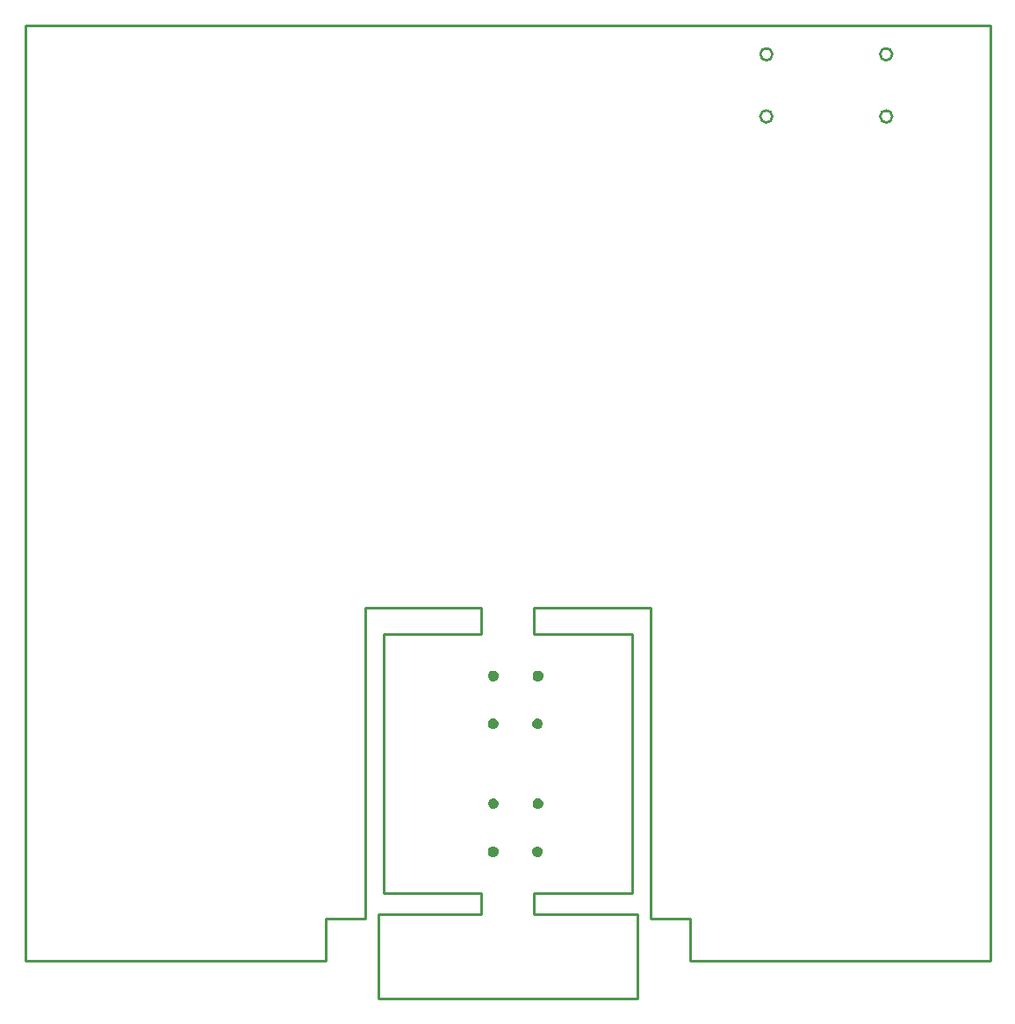
<source format=gm1>
G04*
G04 #@! TF.GenerationSoftware,Altium Limited,Altium Designer,20.2.6 (244)*
G04*
G04 Layer_Color=16711935*
%FSLAX24Y24*%
%MOIN*%
G70*
G04*
G04 #@! TF.SameCoordinates,B6A14326-B2C9-468C-B45E-93355CF85A49*
G04*
G04*
G04 #@! TF.FilePolarity,Positive*
G04*
G01*
G75*
%ADD10C,0.0100*%
G36*
X37850Y18090D02*
Y18130D01*
X37820Y18203D01*
X37763Y18260D01*
X37690Y18290D01*
X37650D01*
X37610D01*
X37537Y18260D01*
X37480Y18203D01*
X37450Y18130D01*
Y18090D01*
Y18050D01*
X37480Y17977D01*
X37537Y17920D01*
X37610Y17890D01*
X37650D01*
X37690D01*
X37763Y17920D01*
X37820Y17977D01*
X37850Y18050D01*
Y18090D01*
D01*
D02*
G37*
G36*
X39540D02*
Y18130D01*
X39510Y18203D01*
X39453Y18260D01*
X39380Y18290D01*
X39340D01*
X39300D01*
X39227Y18260D01*
X39170Y18203D01*
X39140Y18130D01*
Y18090D01*
Y18050D01*
X39170Y17977D01*
X39227Y17920D01*
X39300Y17890D01*
X39340D01*
X39380D01*
X39453Y17920D01*
X39510Y17977D01*
X39540Y18050D01*
Y18090D01*
D01*
D02*
G37*
G36*
X37860Y19910D02*
Y19950D01*
X37830Y20023D01*
X37773Y20080D01*
X37700Y20110D01*
X37660D01*
X37620D01*
X37547Y20080D01*
X37490Y20023D01*
X37460Y19950D01*
Y19910D01*
Y19870D01*
X37490Y19797D01*
X37547Y19740D01*
X37620Y19710D01*
X37660D01*
X37700D01*
X37773Y19740D01*
X37830Y19797D01*
X37860Y19870D01*
Y19910D01*
D01*
D02*
G37*
G36*
X39550D02*
Y19950D01*
X39520Y20023D01*
X39463Y20080D01*
X39390Y20110D01*
X39350D01*
X39310D01*
X39237Y20080D01*
X39180Y20023D01*
X39150Y19950D01*
Y19910D01*
Y19870D01*
X39180Y19797D01*
X39237Y19740D01*
X39310Y19710D01*
X39350D01*
X39390D01*
X39463Y19740D01*
X39520Y19797D01*
X39550Y19870D01*
Y19910D01*
D01*
D02*
G37*
G36*
X37450Y22940D02*
Y22900D01*
X37480Y22827D01*
X37537Y22770D01*
X37610Y22740D01*
X37650D01*
X37690D01*
X37763Y22770D01*
X37820Y22827D01*
X37850Y22900D01*
Y22940D01*
Y22980D01*
X37820Y23053D01*
X37763Y23110D01*
X37690Y23140D01*
X37650D01*
X37610D01*
X37537Y23110D01*
X37480Y23053D01*
X37450Y22980D01*
Y22940D01*
D01*
D02*
G37*
G36*
X39140D02*
Y22900D01*
X39170Y22827D01*
X39227Y22770D01*
X39300Y22740D01*
X39340D01*
X39380D01*
X39453Y22770D01*
X39510Y22827D01*
X39540Y22900D01*
Y22940D01*
Y22980D01*
X39510Y23053D01*
X39453Y23110D01*
X39380Y23140D01*
X39340D01*
X39300D01*
X39227Y23110D01*
X39170Y23053D01*
X39140Y22980D01*
Y22940D01*
D01*
D02*
G37*
G36*
X37460Y24760D02*
Y24720D01*
X37490Y24647D01*
X37547Y24590D01*
X37620Y24560D01*
X37660D01*
X37700D01*
X37773Y24590D01*
X37830Y24647D01*
X37860Y24720D01*
Y24760D01*
Y24800D01*
X37830Y24873D01*
X37773Y24930D01*
X37700Y24960D01*
X37660D01*
X37620D01*
X37547Y24930D01*
X37490Y24873D01*
X37460Y24800D01*
Y24760D01*
D01*
D02*
G37*
G36*
X39150D02*
Y24720D01*
X39180Y24647D01*
X39237Y24590D01*
X39310Y24560D01*
X39350D01*
X39390D01*
X39463Y24590D01*
X39520Y24647D01*
X39550Y24720D01*
Y24760D01*
Y24800D01*
X39520Y24873D01*
X39463Y24930D01*
X39390Y24960D01*
X39350D01*
X39310D01*
X39237Y24930D01*
X39180Y24873D01*
X39150Y24800D01*
Y24760D01*
D01*
D02*
G37*
D10*
X48255Y45990D02*
G03*
X48255Y45990I-230J0D01*
G01*
Y48350D02*
G03*
X48255Y48350I-230J0D01*
G01*
X52805Y45990D02*
G03*
X52805Y45990I-230J0D01*
G01*
Y48350D02*
G03*
X52805Y48350I-230J0D01*
G01*
X19900Y49450D02*
X56520D01*
X19900Y13950D02*
Y49450D01*
X56520Y13950D02*
Y49450D01*
X19900Y13950D02*
X31300D01*
Y15550D01*
X43130Y12520D02*
Y15720D01*
X33290Y12520D02*
Y15720D01*
Y12520D02*
X43130D01*
X39210Y15720D02*
Y16520D01*
X37210Y15720D02*
Y16520D01*
X39210D02*
X42935D01*
X39210Y15720D02*
X43130D01*
X33485Y16520D02*
X37210D01*
X33290Y15720D02*
X37210D01*
Y26360D02*
Y27360D01*
X39210Y26360D02*
Y27360D01*
X42935D01*
X39210Y26360D02*
X42935D01*
X33485Y27360D02*
X37210D01*
X33485Y26360D02*
X37210D01*
X33485Y16520D02*
Y26360D01*
X42935Y16520D02*
Y26360D01*
Y27360D02*
X43620D01*
Y15550D02*
X45120D01*
X31300D02*
X32800D01*
Y27360D02*
X33485D01*
X45120Y13950D02*
X56520D01*
X45120D02*
Y15550D01*
X32800D02*
Y27360D01*
X43620Y15550D02*
Y27360D01*
M02*

</source>
